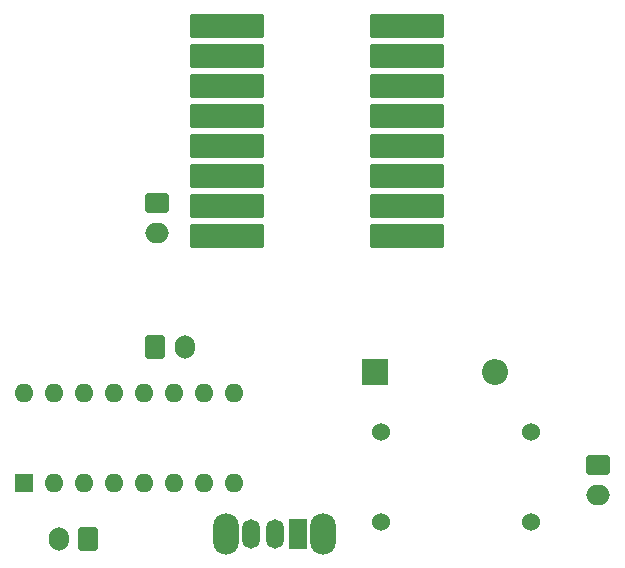
<source format=gts>
%TF.GenerationSoftware,KiCad,Pcbnew,8.0.8*%
%TF.CreationDate,2025-02-13T17:08:11+01:00*%
%TF.ProjectId,Robot,526f626f-742e-46b6-9963-61645f706362,rev?*%
%TF.SameCoordinates,Original*%
%TF.FileFunction,Soldermask,Top*%
%TF.FilePolarity,Negative*%
%FSLAX46Y46*%
G04 Gerber Fmt 4.6, Leading zero omitted, Abs format (unit mm)*
G04 Created by KiCad (PCBNEW 8.0.8) date 2025-02-13 17:08:11*
%MOMM*%
%LPD*%
G01*
G04 APERTURE LIST*
G04 Aperture macros list*
%AMRoundRect*
0 Rectangle with rounded corners*
0 $1 Rounding radius*
0 $2 $3 $4 $5 $6 $7 $8 $9 X,Y pos of 4 corners*
0 Add a 4 corners polygon primitive as box body*
4,1,4,$2,$3,$4,$5,$6,$7,$8,$9,$2,$3,0*
0 Add four circle primitives for the rounded corners*
1,1,$1+$1,$2,$3*
1,1,$1+$1,$4,$5*
1,1,$1+$1,$6,$7*
1,1,$1+$1,$8,$9*
0 Add four rect primitives between the rounded corners*
20,1,$1+$1,$2,$3,$4,$5,0*
20,1,$1+$1,$4,$5,$6,$7,0*
20,1,$1+$1,$6,$7,$8,$9,0*
20,1,$1+$1,$8,$9,$2,$3,0*%
G04 Aperture macros list end*
%ADD10R,1.600000X1.600000*%
%ADD11O,1.600000X1.600000*%
%ADD12RoundRect,0.250000X0.600000X0.750000X-0.600000X0.750000X-0.600000X-0.750000X0.600000X-0.750000X0*%
%ADD13O,1.700000X2.000000*%
%ADD14R,2.200000X2.200000*%
%ADD15O,2.200000X2.200000*%
%ADD16RoundRect,0.250000X-0.600000X-0.750000X0.600000X-0.750000X0.600000X0.750000X-0.600000X0.750000X0*%
%ADD17RoundRect,0.250000X-0.750000X0.600000X-0.750000X-0.600000X0.750000X-0.600000X0.750000X0.600000X0*%
%ADD18O,2.000000X1.700000*%
%ADD19C,1.524000*%
%ADD20RoundRect,0.102000X-3.000000X-0.952500X3.000000X-0.952500X3.000000X0.952500X-3.000000X0.952500X0*%
%ADD21O,2.200000X3.500000*%
%ADD22R,1.500000X2.500000*%
%ADD23O,1.500000X2.500000*%
G04 APERTURE END LIST*
D10*
%TO.C,U2*%
X79400000Y-145054314D03*
D11*
X81940000Y-145054314D03*
X84480000Y-145054314D03*
X87020000Y-145054314D03*
X89560000Y-145054314D03*
X92100000Y-145054314D03*
X94640000Y-145054314D03*
X97180000Y-145054314D03*
X97180000Y-137434314D03*
X94640000Y-137434314D03*
X92100000Y-137434314D03*
X89560000Y-137434314D03*
X87020000Y-137434314D03*
X84480000Y-137434314D03*
X81940000Y-137434314D03*
X79400000Y-137434314D03*
%TD*%
D12*
%TO.C,J4*%
X84800000Y-149734314D03*
D13*
X82300000Y-149734314D03*
%TD*%
D14*
%TO.C,D1*%
X109120000Y-135634314D03*
D15*
X119280000Y-135634314D03*
%TD*%
D16*
%TO.C,J3*%
X90500000Y-133534314D03*
D13*
X93000000Y-133534314D03*
%TD*%
D17*
%TO.C,J5*%
X128000000Y-143534314D03*
D18*
X128000000Y-146034314D03*
%TD*%
D17*
%TO.C,J2*%
X90600000Y-121334314D03*
D18*
X90600000Y-123834314D03*
%TD*%
D19*
%TO.C,U4*%
X122300000Y-140714314D03*
X122300000Y-148334314D03*
X109600000Y-140714314D03*
X109600000Y-148334314D03*
%TD*%
D20*
%TO.C,U1*%
X111800000Y-124134314D03*
X111800000Y-121594314D03*
X111800000Y-119054314D03*
X111800000Y-116514314D03*
X111800000Y-111434314D03*
X111800000Y-113974314D03*
X96560000Y-106354314D03*
X111800000Y-106354314D03*
X96560000Y-108894314D03*
X96560000Y-111434314D03*
X96560000Y-113974314D03*
X96560000Y-116514314D03*
X96560000Y-119054314D03*
X96560000Y-121594314D03*
X96560000Y-124134314D03*
X111800000Y-108894314D03*
%TD*%
D21*
%TO.C,SW1*%
X104700000Y-149334314D03*
X96500000Y-149334314D03*
D22*
X102600000Y-149334314D03*
D23*
X100600000Y-149334314D03*
X98600000Y-149334314D03*
%TD*%
M02*

</source>
